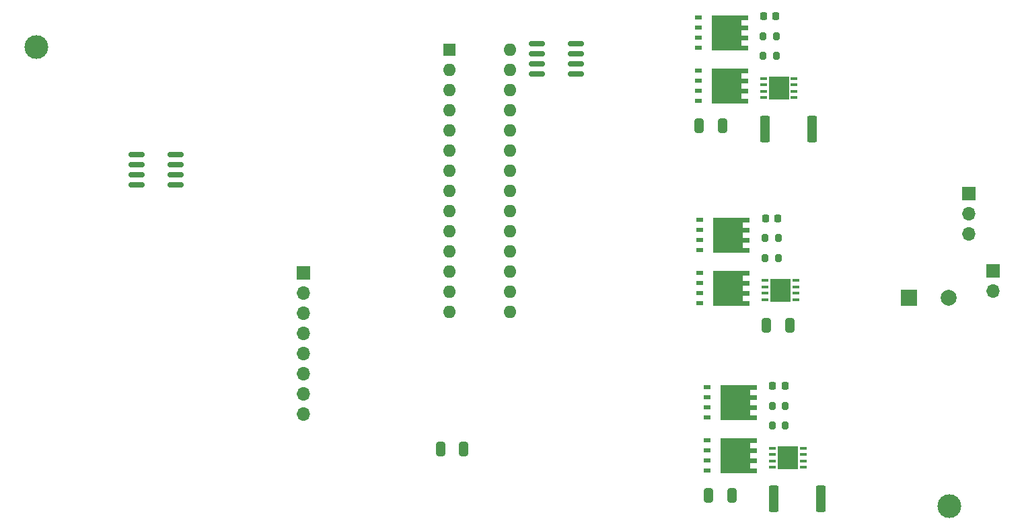
<source format=gts>
G04 #@! TF.GenerationSoftware,KiCad,Pcbnew,(7.0.0)*
G04 #@! TF.CreationDate,2023-03-09T15:09:21+01:00*
G04 #@! TF.ProjectId,asmTest,61736d54-6573-4742-9e6b-696361645f70,rev?*
G04 #@! TF.SameCoordinates,Original*
G04 #@! TF.FileFunction,Soldermask,Top*
G04 #@! TF.FilePolarity,Negative*
%FSLAX46Y46*%
G04 Gerber Fmt 4.6, Leading zero omitted, Abs format (unit mm)*
G04 Created by KiCad (PCBNEW (7.0.0)) date 2023-03-09 15:09:21*
%MOMM*%
%LPD*%
G01*
G04 APERTURE LIST*
G04 Aperture macros list*
%AMRoundRect*
0 Rectangle with rounded corners*
0 $1 Rounding radius*
0 $2 $3 $4 $5 $6 $7 $8 $9 X,Y pos of 4 corners*
0 Add a 4 corners polygon primitive as box body*
4,1,4,$2,$3,$4,$5,$6,$7,$8,$9,$2,$3,0*
0 Add four circle primitives for the rounded corners*
1,1,$1+$1,$2,$3*
1,1,$1+$1,$4,$5*
1,1,$1+$1,$6,$7*
1,1,$1+$1,$8,$9*
0 Add four rect primitives between the rounded corners*
20,1,$1+$1,$2,$3,$4,$5,0*
20,1,$1+$1,$4,$5,$6,$7,0*
20,1,$1+$1,$6,$7,$8,$9,0*
20,1,$1+$1,$8,$9,$2,$3,0*%
%AMFreePoly0*
4,1,17,2.675000,1.605000,1.875000,1.605000,1.875000,0.935000,2.675000,0.935000,2.675000,0.335000,1.875000,0.335000,1.875000,-0.335000,2.675000,-0.335000,2.675000,-0.935000,1.875000,-0.935000,1.875000,-1.605000,2.675000,-1.605000,2.675000,-2.205000,-1.875000,-2.205000,-1.875000,2.205000,2.675000,2.205000,2.675000,1.605000,2.675000,1.605000,$1*%
G04 Aperture macros list end*
%ADD10RoundRect,0.075000X-0.362500X-0.075000X0.362500X-0.075000X0.362500X0.075000X-0.362500X0.075000X0*%
%ADD11R,2.600000X3.000000*%
%ADD12RoundRect,0.250000X-0.362500X-1.425000X0.362500X-1.425000X0.362500X1.425000X-0.362500X1.425000X0*%
%ADD13R,1.600000X1.600000*%
%ADD14O,1.600000X1.600000*%
%ADD15RoundRect,0.200000X-0.200000X-0.275000X0.200000X-0.275000X0.200000X0.275000X-0.200000X0.275000X0*%
%ADD16R,1.700000X1.700000*%
%ADD17O,1.700000X1.700000*%
%ADD18FreePoly0,0.000000*%
%ADD19R,0.850000X0.500000*%
%ADD20RoundRect,0.250000X-0.325000X-0.650000X0.325000X-0.650000X0.325000X0.650000X-0.325000X0.650000X0*%
%ADD21C,3.000000*%
%ADD22RoundRect,0.150000X0.825000X0.150000X-0.825000X0.150000X-0.825000X-0.150000X0.825000X-0.150000X0*%
%ADD23RoundRect,0.150000X-0.825000X-0.150000X0.825000X-0.150000X0.825000X0.150000X-0.825000X0.150000X0*%
%ADD24RoundRect,0.225000X-0.225000X-0.250000X0.225000X-0.250000X0.225000X0.250000X-0.225000X0.250000X0*%
%ADD25R,2.000000X2.000000*%
%ADD26C,2.000000*%
G04 APERTURE END LIST*
D10*
G04 #@! TO.C,U2*
X186127500Y-81950000D03*
X186127500Y-82750000D03*
X186127500Y-83550000D03*
X186127500Y-84350000D03*
X190002500Y-84350000D03*
X190002500Y-83550000D03*
X190002500Y-82750000D03*
X190002500Y-81950000D03*
D11*
X188064999Y-83149999D03*
G04 #@! TD*
D12*
G04 #@! TO.C,R7*
X186075000Y-62900000D03*
X192000000Y-62900000D03*
G04 #@! TD*
D13*
G04 #@! TO.C,U6*
X146379999Y-52879999D03*
D14*
X146379999Y-55419999D03*
X146379999Y-57959999D03*
X146379999Y-60499999D03*
X146379999Y-63039999D03*
X146379999Y-65579999D03*
X146379999Y-68119999D03*
X146379999Y-70659999D03*
X146379999Y-73199999D03*
X146379999Y-75739999D03*
X146379999Y-78279999D03*
X146379999Y-80819999D03*
X146379999Y-83359999D03*
X146379999Y-85899999D03*
X153999999Y-85899999D03*
X153999999Y-83359999D03*
X153999999Y-80819999D03*
X153999999Y-78279999D03*
X153999999Y-75739999D03*
X153999999Y-73199999D03*
X153999999Y-70659999D03*
X153999999Y-68119999D03*
X153999999Y-65579999D03*
X153999999Y-63039999D03*
X153999999Y-60499999D03*
X153999999Y-57959999D03*
X153999999Y-55419999D03*
X153999999Y-52879999D03*
G04 #@! TD*
D15*
G04 #@! TO.C,R5*
X187000000Y-97710000D03*
X188650000Y-97710000D03*
G04 #@! TD*
D16*
G04 #@! TO.C,J1*
X127999999Y-81019999D03*
D17*
X127999999Y-83559999D03*
X127999999Y-86099999D03*
X127999999Y-88639999D03*
X127999999Y-91179999D03*
X127999999Y-93719999D03*
X127999999Y-96259999D03*
X127999999Y-98799999D03*
G04 #@! TD*
D18*
G04 #@! TO.C,Q2*
X181237500Y-57440000D03*
D19*
X177687499Y-55534999D03*
X177687499Y-56804999D03*
X177687499Y-58074999D03*
X177687499Y-59344999D03*
G04 #@! TD*
D20*
G04 #@! TO.C,C2*
X177832500Y-62470000D03*
X180782500Y-62470000D03*
G04 #@! TD*
D21*
G04 #@! TO.C,FID2*
X94400000Y-52500000D03*
G04 #@! TD*
D18*
G04 #@! TO.C,Q4*
X181465000Y-82910000D03*
D19*
X177914999Y-81004999D03*
X177914999Y-82274999D03*
X177914999Y-83544999D03*
X177914999Y-84814999D03*
G04 #@! TD*
D18*
G04 #@! TO.C,Q6*
X182365000Y-104010000D03*
D19*
X178814999Y-102104999D03*
X178814999Y-103374999D03*
X178814999Y-104644999D03*
X178814999Y-105914999D03*
G04 #@! TD*
D15*
G04 #@! TO.C,R2*
X185872500Y-53650000D03*
X187522500Y-53650000D03*
G04 #@! TD*
D20*
G04 #@! TO.C,C6*
X178960000Y-109040000D03*
X181910000Y-109040000D03*
G04 #@! TD*
D16*
G04 #@! TO.C,J5*
X211739999Y-70999999D03*
D17*
X211739999Y-73539999D03*
X211739999Y-76079999D03*
G04 #@! TD*
D22*
G04 #@! TO.C,U4*
X111950000Y-69910000D03*
X111950000Y-68640000D03*
X111950000Y-67370000D03*
X111950000Y-66100000D03*
X107000000Y-66100000D03*
X107000000Y-67370000D03*
X107000000Y-68640000D03*
X107000000Y-69910000D03*
G04 #@! TD*
D18*
G04 #@! TO.C,Q1*
X181237500Y-50730000D03*
D19*
X177687499Y-48824999D03*
X177687499Y-50094999D03*
X177687499Y-51364999D03*
X177687499Y-52634999D03*
G04 #@! TD*
D23*
G04 #@! TO.C,U5*
X157355000Y-52125000D03*
X157355000Y-53395000D03*
X157355000Y-54665000D03*
X157355000Y-55935000D03*
X162305000Y-55935000D03*
X162305000Y-54665000D03*
X162305000Y-53395000D03*
X162305000Y-52125000D03*
G04 #@! TD*
D24*
G04 #@! TO.C,C3*
X186150000Y-74100000D03*
X187700000Y-74100000D03*
G04 #@! TD*
D20*
G04 #@! TO.C,C10*
X145250000Y-103200000D03*
X148200000Y-103200000D03*
G04 #@! TD*
D15*
G04 #@! TO.C,R4*
X186100000Y-79120000D03*
X187750000Y-79120000D03*
G04 #@! TD*
D20*
G04 #@! TO.C,C4*
X186270000Y-87600000D03*
X189220000Y-87600000D03*
G04 #@! TD*
D21*
G04 #@! TO.C,FID1*
X209300000Y-110400000D03*
G04 #@! TD*
D24*
G04 #@! TO.C,C1*
X185922500Y-48630000D03*
X187472500Y-48630000D03*
G04 #@! TD*
D15*
G04 #@! TO.C,R1*
X185872500Y-51140000D03*
X187522500Y-51140000D03*
G04 #@! TD*
D24*
G04 #@! TO.C,C5*
X187050000Y-95200000D03*
X188600000Y-95200000D03*
G04 #@! TD*
D10*
G04 #@! TO.C,U1*
X185900000Y-56480000D03*
X185900000Y-57280000D03*
X185900000Y-58080000D03*
X185900000Y-58880000D03*
X189775000Y-58880000D03*
X189775000Y-58080000D03*
X189775000Y-57280000D03*
X189775000Y-56480000D03*
D11*
X187837499Y-57679999D03*
G04 #@! TD*
D15*
G04 #@! TO.C,R3*
X186100000Y-76610000D03*
X187750000Y-76610000D03*
G04 #@! TD*
D10*
G04 #@! TO.C,U3*
X187027500Y-103050000D03*
X187027500Y-103850000D03*
X187027500Y-104650000D03*
X187027500Y-105450000D03*
X190902500Y-105450000D03*
X190902500Y-104650000D03*
X190902500Y-103850000D03*
X190902500Y-103050000D03*
D11*
X188964999Y-104249999D03*
G04 #@! TD*
D15*
G04 #@! TO.C,R6*
X187000000Y-100220000D03*
X188650000Y-100220000D03*
G04 #@! TD*
D18*
G04 #@! TO.C,Q5*
X182365000Y-97300000D03*
D19*
X178814999Y-95394999D03*
X178814999Y-96664999D03*
X178814999Y-97934999D03*
X178814999Y-99204999D03*
G04 #@! TD*
D18*
G04 #@! TO.C,Q3*
X181465000Y-76200000D03*
D19*
X177914999Y-74294999D03*
X177914999Y-75564999D03*
X177914999Y-76834999D03*
X177914999Y-78104999D03*
G04 #@! TD*
D25*
G04 #@! TO.C,C7*
X204204645Y-84149999D03*
D26*
X209204646Y-84150000D03*
G04 #@! TD*
D16*
G04 #@! TO.C,J4*
X214799999Y-80699999D03*
D17*
X214799999Y-83239999D03*
G04 #@! TD*
D12*
G04 #@! TO.C,R8*
X187202500Y-109470000D03*
X193127500Y-109470000D03*
G04 #@! TD*
M02*

</source>
